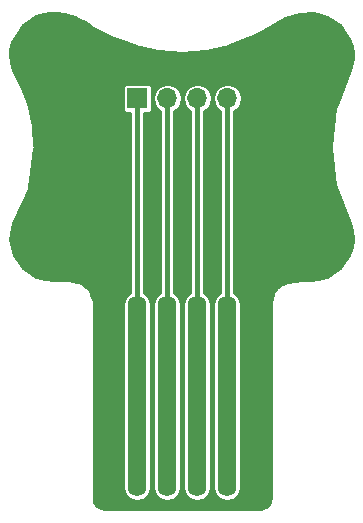
<source format=gtl>
G04 #@! TF.GenerationSoftware,KiCad,Pcbnew,(5.0.0)*
G04 #@! TF.CreationDate,2020-06-17T11:17:21-06:00*
G04 #@! TF.ProjectId,pogoprogB,706F676F70726F67422E6B696361645F,rev?*
G04 #@! TF.SameCoordinates,Original*
G04 #@! TF.FileFunction,Copper,L1,Top,Signal*
G04 #@! TF.FilePolarity,Positive*
%FSLAX46Y46*%
G04 Gerber Fmt 4.6, Leading zero omitted, Abs format (unit mm)*
G04 Created by KiCad (PCBNEW (5.0.0)) date 06/17/20 11:17:21*
%MOMM*%
%LPD*%
G01*
G04 APERTURE LIST*
G04 #@! TA.AperFunction,SMDPad,CuDef*
%ADD10O,1.600000X17.000000*%
G04 #@! TD*
G04 #@! TA.AperFunction,ComponentPad*
%ADD11R,1.700000X1.700000*%
G04 #@! TD*
G04 #@! TA.AperFunction,ComponentPad*
%ADD12O,1.700000X1.700000*%
G04 #@! TD*
G04 #@! TA.AperFunction,Conductor*
%ADD13C,0.400000*%
G04 #@! TD*
G04 #@! TA.AperFunction,NonConductor*
%ADD14C,0.254000*%
G04 #@! TD*
G04 APERTURE END LIST*
D10*
G04 #@! TO.P,J1,1*
G04 #@! TO.N,SWCLK*
X157785800Y-147629500D03*
G04 #@! TO.P,J1,2*
G04 #@! TO.N,SWDIO*
X160325800Y-147629500D03*
G04 #@! TO.P,J1,3*
G04 #@! TO.N,GND*
X162865800Y-147629500D03*
G04 #@! TO.P,J1,4*
G04 #@! TO.N,VDD*
X165405800Y-147629500D03*
G04 #@! TD*
D11*
G04 #@! TO.P,J2,1*
G04 #@! TO.N,SWCLK*
X157796000Y-122428000D03*
D12*
G04 #@! TO.P,J2,2*
G04 #@! TO.N,SWDIO*
X160336000Y-122428000D03*
G04 #@! TO.P,J2,3*
G04 #@! TO.N,GND*
X162876000Y-122428000D03*
G04 #@! TO.P,J2,4*
G04 #@! TO.N,VDD*
X165416000Y-122428000D03*
G04 #@! TD*
D13*
G04 #@! TO.N,SWCLK*
X157796000Y-122428000D02*
X157796000Y-147619300D01*
X157796000Y-147619300D02*
X157785800Y-147629500D01*
X157785800Y-122438200D02*
X157796000Y-122428000D01*
X157785800Y-122438200D02*
X157796000Y-122428000D01*
G04 #@! TO.N,SWDIO*
X160336000Y-122428000D02*
X160336000Y-147619300D01*
X160336000Y-147619300D02*
X160325800Y-147629500D01*
X160336000Y-147619300D02*
X160325800Y-147629500D01*
X160325800Y-122438200D02*
X160336000Y-122428000D01*
G04 #@! TO.N,GND*
X162876000Y-122428000D02*
X162876000Y-147619300D01*
X162876000Y-147619300D02*
X162865800Y-147629500D01*
X162876000Y-147619300D02*
X162865800Y-147629500D01*
X162865800Y-122438200D02*
X162876000Y-122428000D01*
G04 #@! TO.N,VDD*
X165416000Y-122428000D02*
X165416000Y-147619300D01*
X165416000Y-147619300D02*
X165405800Y-147629500D01*
X165416000Y-147619300D02*
X165405800Y-147629500D01*
X165405800Y-122438200D02*
X165416000Y-122428000D01*
G04 #@! TD*
D14*
G36*
X150985604Y-115224037D02*
X151614171Y-115310157D01*
X151903848Y-115378460D01*
X152201757Y-115467605D01*
X152488550Y-115571667D01*
X152770215Y-115692029D01*
X153320913Y-115982934D01*
X153833282Y-116330090D01*
X153848274Y-116341696D01*
X153856361Y-116345727D01*
X153863851Y-116350802D01*
X153881342Y-116358179D01*
X155729352Y-117279355D01*
X155743286Y-117287794D01*
X155754305Y-117291794D01*
X155764806Y-117297028D01*
X155780537Y-117301315D01*
X157543498Y-117941228D01*
X157560407Y-117948675D01*
X157569698Y-117950738D01*
X157578660Y-117953991D01*
X157596951Y-117956790D01*
X159573885Y-118395768D01*
X159593590Y-118401251D01*
X159601128Y-118401818D01*
X159608502Y-118403455D01*
X159628937Y-118403908D01*
X161546903Y-118548066D01*
X161568080Y-118550654D01*
X161574717Y-118550157D01*
X161581357Y-118550656D01*
X161602543Y-118548073D01*
X163552078Y-118402046D01*
X163573538Y-118401421D01*
X163579896Y-118399963D01*
X163586406Y-118399475D01*
X163607102Y-118393722D01*
X165552360Y-117947528D01*
X165572208Y-117944110D01*
X165579532Y-117941295D01*
X165587194Y-117939538D01*
X165605600Y-117931278D01*
X167370910Y-117252901D01*
X167388403Y-117247509D01*
X167396934Y-117242900D01*
X167405995Y-117239418D01*
X167421490Y-117229633D01*
X169211858Y-116262365D01*
X169213441Y-116261857D01*
X169236391Y-116249111D01*
X169259598Y-116236573D01*
X169260885Y-116235507D01*
X170335520Y-115638669D01*
X171482198Y-115294551D01*
X172754594Y-115232421D01*
X173829613Y-115491621D01*
X174958030Y-116232774D01*
X175745620Y-117368397D01*
X175957848Y-118010942D01*
X176040402Y-118684102D01*
X176030598Y-119018056D01*
X175985765Y-119352864D01*
X175906153Y-119681694D01*
X175788449Y-120012422D01*
X174584800Y-123111088D01*
X174579765Y-123116938D01*
X174564436Y-123163512D01*
X174557014Y-123182620D01*
X174555712Y-123190019D01*
X174553358Y-123197172D01*
X174550866Y-123217564D01*
X174542378Y-123265808D01*
X174544050Y-123273337D01*
X174158407Y-126429025D01*
X174155027Y-126435801D01*
X174151589Y-126484818D01*
X174149082Y-126505332D01*
X174149634Y-126512696D01*
X174149117Y-126520060D01*
X174151720Y-126540551D01*
X174155390Y-126589562D01*
X174158803Y-126596324D01*
X174565108Y-129795326D01*
X174563614Y-129802015D01*
X174572191Y-129851097D01*
X174574884Y-129872300D01*
X174577004Y-129878642D01*
X174578154Y-129885220D01*
X174585859Y-129905123D01*
X174601669Y-129952407D01*
X174606168Y-129957585D01*
X175785715Y-133004548D01*
X175984136Y-133670182D01*
X176039491Y-134347376D01*
X175957842Y-135013120D01*
X175745610Y-135655664D01*
X174958011Y-136791283D01*
X173823399Y-137536495D01*
X173130899Y-137741202D01*
X172374134Y-137807340D01*
X171689327Y-137815558D01*
X171681992Y-137814579D01*
X171661405Y-137815893D01*
X171640797Y-137816140D01*
X171633563Y-137817669D01*
X171208598Y-137844787D01*
X171192107Y-137844506D01*
X171180749Y-137846565D01*
X171169239Y-137847299D01*
X171153313Y-137851537D01*
X170502996Y-137969400D01*
X170499391Y-137968712D01*
X170447600Y-137979439D01*
X170423513Y-137983805D01*
X170420182Y-137985119D01*
X170416680Y-137985844D01*
X170394158Y-137995382D01*
X170344936Y-138014794D01*
X170342296Y-138017345D01*
X170026045Y-138151276D01*
X170017932Y-138151790D01*
X169974302Y-138173189D01*
X169955770Y-138181037D01*
X169949211Y-138185495D01*
X169942095Y-138188985D01*
X169926110Y-138201196D01*
X169885911Y-138228518D01*
X169881447Y-138235314D01*
X169725508Y-138354437D01*
X169720521Y-138355953D01*
X169680779Y-138388606D01*
X169662538Y-138402540D01*
X169659183Y-138406349D01*
X169655258Y-138409574D01*
X169640693Y-138427342D01*
X169606709Y-138465926D01*
X169605024Y-138470855D01*
X169489076Y-138612301D01*
X169487277Y-138613296D01*
X169453369Y-138655859D01*
X169436842Y-138676021D01*
X169435897Y-138677792D01*
X169434646Y-138679362D01*
X169422697Y-138702521D01*
X169397067Y-138750537D01*
X169396867Y-138752584D01*
X169303979Y-138932612D01*
X169292430Y-138953508D01*
X169291189Y-138957400D01*
X169289315Y-138961033D01*
X169282714Y-138983992D01*
X169187436Y-139282914D01*
X169180006Y-139302964D01*
X169178960Y-139309507D01*
X169176950Y-139315813D01*
X169174557Y-139337048D01*
X169105531Y-139768831D01*
X169101501Y-139785880D01*
X169101125Y-139796388D01*
X169099467Y-139806761D01*
X169100129Y-139824254D01*
X169075649Y-140508916D01*
X169074651Y-140513932D01*
X169074651Y-140536821D01*
X169073833Y-140559699D01*
X169074651Y-140564748D01*
X169074650Y-156036048D01*
X169074464Y-156037018D01*
X169074650Y-156063883D01*
X169074650Y-156090983D01*
X169074844Y-156091960D01*
X169075694Y-156214710D01*
X169070442Y-156331394D01*
X169055409Y-156465623D01*
X169036614Y-156560829D01*
X168947591Y-156788915D01*
X168834564Y-156935054D01*
X168687205Y-157039945D01*
X168446053Y-157132224D01*
X168238058Y-157171029D01*
X167938510Y-157190128D01*
X155256609Y-157190128D01*
X154957373Y-157170985D01*
X154749695Y-157132101D01*
X154509180Y-157039761D01*
X154361866Y-156934599D01*
X154249004Y-156788445D01*
X154161435Y-156564482D01*
X154129517Y-156370971D01*
X154120428Y-156058900D01*
X154120428Y-140562862D01*
X154121338Y-140557044D01*
X154120428Y-140534961D01*
X154120428Y-140512828D01*
X154119278Y-140507045D01*
X154091769Y-139839502D01*
X154092215Y-139820772D01*
X154090620Y-139811622D01*
X154090238Y-139802346D01*
X154085832Y-139784147D01*
X154007800Y-139336422D01*
X154005113Y-139315222D01*
X154003007Y-139308918D01*
X154001867Y-139302378D01*
X153994170Y-139282470D01*
X153896763Y-138990919D01*
X153890483Y-138969367D01*
X153887912Y-138964428D01*
X153886152Y-138959159D01*
X153875042Y-138939701D01*
X153755524Y-138710073D01*
X153742877Y-138685613D01*
X153742636Y-138685310D01*
X153742462Y-138684977D01*
X153725619Y-138663989D01*
X153576851Y-138477576D01*
X153576030Y-138474918D01*
X153541685Y-138433511D01*
X153525905Y-138413738D01*
X153523837Y-138411993D01*
X153522105Y-138409905D01*
X153502422Y-138393923D01*
X153461350Y-138359265D01*
X153458702Y-138358422D01*
X153311552Y-138238937D01*
X153307207Y-138231890D01*
X153267917Y-138203506D01*
X153252416Y-138190919D01*
X153245281Y-138187153D01*
X153238738Y-138182426D01*
X153220573Y-138174111D01*
X153177716Y-138151490D01*
X153169474Y-138150722D01*
X152837814Y-137998909D01*
X152833211Y-137994374D01*
X152786662Y-137975495D01*
X152766897Y-137966448D01*
X152760772Y-137964995D01*
X152754936Y-137962628D01*
X152733579Y-137958544D01*
X152684711Y-137946951D01*
X152678331Y-137947979D01*
X152044976Y-137826864D01*
X152026287Y-137822092D01*
X152017573Y-137821624D01*
X152009002Y-137819985D01*
X151989717Y-137820128D01*
X151546676Y-137796333D01*
X151537272Y-137794592D01*
X151518818Y-137794837D01*
X151500384Y-137793847D01*
X151490914Y-137795208D01*
X150820188Y-137804115D01*
X149996624Y-137752344D01*
X149241550Y-137535835D01*
X148107933Y-136791271D01*
X147328820Y-135667873D01*
X147032115Y-134323660D01*
X147284096Y-132998340D01*
X148598436Y-130067586D01*
X148607403Y-130057393D01*
X148621381Y-130016423D01*
X148627436Y-130002921D01*
X148630398Y-129989994D01*
X148634677Y-129977451D01*
X148636630Y-129962790D01*
X148646299Y-129920587D01*
X148644036Y-129907200D01*
X149082442Y-126616375D01*
X149083423Y-126614627D01*
X149089880Y-126560543D01*
X149093329Y-126534652D01*
X149093204Y-126532699D01*
X149093436Y-126530755D01*
X149091413Y-126504722D01*
X149087934Y-126450358D01*
X149087050Y-126448558D01*
X148963457Y-124857775D01*
X148963154Y-124838593D01*
X148961297Y-124829970D01*
X148960613Y-124821170D01*
X148955421Y-124802691D01*
X148600522Y-123154945D01*
X148597931Y-123136966D01*
X148594646Y-123127664D01*
X148592571Y-123118030D01*
X148585362Y-123101374D01*
X148048483Y-121581127D01*
X148047647Y-121578000D01*
X156557536Y-121578000D01*
X156557536Y-123278000D01*
X156587106Y-123426659D01*
X156671314Y-123552686D01*
X156797341Y-123636894D01*
X156946000Y-123666464D01*
X157215000Y-123666464D01*
X157215001Y-138890519D01*
X156934347Y-139078047D01*
X156673322Y-139468698D01*
X156604800Y-139813183D01*
X156604801Y-155445818D01*
X156673323Y-155790303D01*
X156934348Y-156180953D01*
X157324998Y-156441978D01*
X157785800Y-156533637D01*
X158246603Y-156441978D01*
X158637253Y-156180953D01*
X158898278Y-155790303D01*
X158966800Y-155445818D01*
X158966800Y-139813182D01*
X158898278Y-139468697D01*
X158637253Y-139078047D01*
X158377000Y-138904151D01*
X158377000Y-123666464D01*
X158646000Y-123666464D01*
X158794659Y-123636894D01*
X158920686Y-123552686D01*
X159004894Y-123426659D01*
X159034464Y-123278000D01*
X159034464Y-122428000D01*
X159080884Y-122428000D01*
X159176424Y-122908312D01*
X159448499Y-123315501D01*
X159755000Y-123520298D01*
X159755001Y-138890519D01*
X159474347Y-139078047D01*
X159213322Y-139468698D01*
X159144800Y-139813183D01*
X159144801Y-155445818D01*
X159213323Y-155790303D01*
X159474348Y-156180953D01*
X159864998Y-156441978D01*
X160325800Y-156533637D01*
X160786603Y-156441978D01*
X161177253Y-156180953D01*
X161438278Y-155790303D01*
X161506800Y-155445818D01*
X161506800Y-139813182D01*
X161438278Y-139468697D01*
X161177253Y-139078047D01*
X160917000Y-138904151D01*
X160917000Y-123520298D01*
X161223501Y-123315501D01*
X161495576Y-122908312D01*
X161591116Y-122428000D01*
X161620884Y-122428000D01*
X161716424Y-122908312D01*
X161988499Y-123315501D01*
X162295000Y-123520298D01*
X162295001Y-138890519D01*
X162014347Y-139078047D01*
X161753322Y-139468698D01*
X161684800Y-139813183D01*
X161684801Y-155445818D01*
X161753323Y-155790303D01*
X162014348Y-156180953D01*
X162404998Y-156441978D01*
X162865800Y-156533637D01*
X163326603Y-156441978D01*
X163717253Y-156180953D01*
X163978278Y-155790303D01*
X164046800Y-155445818D01*
X164046800Y-139813182D01*
X163978278Y-139468697D01*
X163717253Y-139078047D01*
X163457000Y-138904151D01*
X163457000Y-123520298D01*
X163763501Y-123315501D01*
X164035576Y-122908312D01*
X164131116Y-122428000D01*
X164160884Y-122428000D01*
X164256424Y-122908312D01*
X164528499Y-123315501D01*
X164835000Y-123520298D01*
X164835001Y-138890519D01*
X164554347Y-139078047D01*
X164293322Y-139468698D01*
X164224800Y-139813183D01*
X164224801Y-155445818D01*
X164293323Y-155790303D01*
X164554348Y-156180953D01*
X164944998Y-156441978D01*
X165405800Y-156533637D01*
X165866603Y-156441978D01*
X166257253Y-156180953D01*
X166518278Y-155790303D01*
X166586800Y-155445818D01*
X166586800Y-139813182D01*
X166518278Y-139468697D01*
X166257253Y-139078047D01*
X165997000Y-138904151D01*
X165997000Y-123520298D01*
X166303501Y-123315501D01*
X166575576Y-122908312D01*
X166671116Y-122428000D01*
X166575576Y-121947688D01*
X166303501Y-121540499D01*
X165896312Y-121268424D01*
X165537239Y-121197000D01*
X165294761Y-121197000D01*
X164935688Y-121268424D01*
X164528499Y-121540499D01*
X164256424Y-121947688D01*
X164160884Y-122428000D01*
X164131116Y-122428000D01*
X164035576Y-121947688D01*
X163763501Y-121540499D01*
X163356312Y-121268424D01*
X162997239Y-121197000D01*
X162754761Y-121197000D01*
X162395688Y-121268424D01*
X161988499Y-121540499D01*
X161716424Y-121947688D01*
X161620884Y-122428000D01*
X161591116Y-122428000D01*
X161495576Y-121947688D01*
X161223501Y-121540499D01*
X160816312Y-121268424D01*
X160457239Y-121197000D01*
X160214761Y-121197000D01*
X159855688Y-121268424D01*
X159448499Y-121540499D01*
X159176424Y-121947688D01*
X159080884Y-122428000D01*
X159034464Y-122428000D01*
X159034464Y-121578000D01*
X159004894Y-121429341D01*
X158920686Y-121303314D01*
X158794659Y-121219106D01*
X158646000Y-121189536D01*
X156946000Y-121189536D01*
X156797341Y-121219106D01*
X156671314Y-121303314D01*
X156587106Y-121429341D01*
X156557536Y-121578000D01*
X148047647Y-121578000D01*
X148044115Y-121564807D01*
X148039190Y-121554813D01*
X148035484Y-121544319D01*
X148026867Y-121529806D01*
X147276650Y-120007441D01*
X147081824Y-119353879D01*
X147025891Y-118669666D01*
X147049917Y-118340317D01*
X147109024Y-118002365D01*
X147199998Y-117675644D01*
X147316287Y-117374235D01*
X148107930Y-116232772D01*
X149244846Y-115486039D01*
X149789690Y-115313620D01*
X150399343Y-115223441D01*
X150985604Y-115224037D01*
X150985604Y-115224037D01*
G37*
X150985604Y-115224037D02*
X151614171Y-115310157D01*
X151903848Y-115378460D01*
X152201757Y-115467605D01*
X152488550Y-115571667D01*
X152770215Y-115692029D01*
X153320913Y-115982934D01*
X153833282Y-116330090D01*
X153848274Y-116341696D01*
X153856361Y-116345727D01*
X153863851Y-116350802D01*
X153881342Y-116358179D01*
X155729352Y-117279355D01*
X155743286Y-117287794D01*
X155754305Y-117291794D01*
X155764806Y-117297028D01*
X155780537Y-117301315D01*
X157543498Y-117941228D01*
X157560407Y-117948675D01*
X157569698Y-117950738D01*
X157578660Y-117953991D01*
X157596951Y-117956790D01*
X159573885Y-118395768D01*
X159593590Y-118401251D01*
X159601128Y-118401818D01*
X159608502Y-118403455D01*
X159628937Y-118403908D01*
X161546903Y-118548066D01*
X161568080Y-118550654D01*
X161574717Y-118550157D01*
X161581357Y-118550656D01*
X161602543Y-118548073D01*
X163552078Y-118402046D01*
X163573538Y-118401421D01*
X163579896Y-118399963D01*
X163586406Y-118399475D01*
X163607102Y-118393722D01*
X165552360Y-117947528D01*
X165572208Y-117944110D01*
X165579532Y-117941295D01*
X165587194Y-117939538D01*
X165605600Y-117931278D01*
X167370910Y-117252901D01*
X167388403Y-117247509D01*
X167396934Y-117242900D01*
X167405995Y-117239418D01*
X167421490Y-117229633D01*
X169211858Y-116262365D01*
X169213441Y-116261857D01*
X169236391Y-116249111D01*
X169259598Y-116236573D01*
X169260885Y-116235507D01*
X170335520Y-115638669D01*
X171482198Y-115294551D01*
X172754594Y-115232421D01*
X173829613Y-115491621D01*
X174958030Y-116232774D01*
X175745620Y-117368397D01*
X175957848Y-118010942D01*
X176040402Y-118684102D01*
X176030598Y-119018056D01*
X175985765Y-119352864D01*
X175906153Y-119681694D01*
X175788449Y-120012422D01*
X174584800Y-123111088D01*
X174579765Y-123116938D01*
X174564436Y-123163512D01*
X174557014Y-123182620D01*
X174555712Y-123190019D01*
X174553358Y-123197172D01*
X174550866Y-123217564D01*
X174542378Y-123265808D01*
X174544050Y-123273337D01*
X174158407Y-126429025D01*
X174155027Y-126435801D01*
X174151589Y-126484818D01*
X174149082Y-126505332D01*
X174149634Y-126512696D01*
X174149117Y-126520060D01*
X174151720Y-126540551D01*
X174155390Y-126589562D01*
X174158803Y-126596324D01*
X174565108Y-129795326D01*
X174563614Y-129802015D01*
X174572191Y-129851097D01*
X174574884Y-129872300D01*
X174577004Y-129878642D01*
X174578154Y-129885220D01*
X174585859Y-129905123D01*
X174601669Y-129952407D01*
X174606168Y-129957585D01*
X175785715Y-133004548D01*
X175984136Y-133670182D01*
X176039491Y-134347376D01*
X175957842Y-135013120D01*
X175745610Y-135655664D01*
X174958011Y-136791283D01*
X173823399Y-137536495D01*
X173130899Y-137741202D01*
X172374134Y-137807340D01*
X171689327Y-137815558D01*
X171681992Y-137814579D01*
X171661405Y-137815893D01*
X171640797Y-137816140D01*
X171633563Y-137817669D01*
X171208598Y-137844787D01*
X171192107Y-137844506D01*
X171180749Y-137846565D01*
X171169239Y-137847299D01*
X171153313Y-137851537D01*
X170502996Y-137969400D01*
X170499391Y-137968712D01*
X170447600Y-137979439D01*
X170423513Y-137983805D01*
X170420182Y-137985119D01*
X170416680Y-137985844D01*
X170394158Y-137995382D01*
X170344936Y-138014794D01*
X170342296Y-138017345D01*
X170026045Y-138151276D01*
X170017932Y-138151790D01*
X169974302Y-138173189D01*
X169955770Y-138181037D01*
X169949211Y-138185495D01*
X169942095Y-138188985D01*
X169926110Y-138201196D01*
X169885911Y-138228518D01*
X169881447Y-138235314D01*
X169725508Y-138354437D01*
X169720521Y-138355953D01*
X169680779Y-138388606D01*
X169662538Y-138402540D01*
X169659183Y-138406349D01*
X169655258Y-138409574D01*
X169640693Y-138427342D01*
X169606709Y-138465926D01*
X169605024Y-138470855D01*
X169489076Y-138612301D01*
X169487277Y-138613296D01*
X169453369Y-138655859D01*
X169436842Y-138676021D01*
X169435897Y-138677792D01*
X169434646Y-138679362D01*
X169422697Y-138702521D01*
X169397067Y-138750537D01*
X169396867Y-138752584D01*
X169303979Y-138932612D01*
X169292430Y-138953508D01*
X169291189Y-138957400D01*
X169289315Y-138961033D01*
X169282714Y-138983992D01*
X169187436Y-139282914D01*
X169180006Y-139302964D01*
X169178960Y-139309507D01*
X169176950Y-139315813D01*
X169174557Y-139337048D01*
X169105531Y-139768831D01*
X169101501Y-139785880D01*
X169101125Y-139796388D01*
X169099467Y-139806761D01*
X169100129Y-139824254D01*
X169075649Y-140508916D01*
X169074651Y-140513932D01*
X169074651Y-140536821D01*
X169073833Y-140559699D01*
X169074651Y-140564748D01*
X169074650Y-156036048D01*
X169074464Y-156037018D01*
X169074650Y-156063883D01*
X169074650Y-156090983D01*
X169074844Y-156091960D01*
X169075694Y-156214710D01*
X169070442Y-156331394D01*
X169055409Y-156465623D01*
X169036614Y-156560829D01*
X168947591Y-156788915D01*
X168834564Y-156935054D01*
X168687205Y-157039945D01*
X168446053Y-157132224D01*
X168238058Y-157171029D01*
X167938510Y-157190128D01*
X155256609Y-157190128D01*
X154957373Y-157170985D01*
X154749695Y-157132101D01*
X154509180Y-157039761D01*
X154361866Y-156934599D01*
X154249004Y-156788445D01*
X154161435Y-156564482D01*
X154129517Y-156370971D01*
X154120428Y-156058900D01*
X154120428Y-140562862D01*
X154121338Y-140557044D01*
X154120428Y-140534961D01*
X154120428Y-140512828D01*
X154119278Y-140507045D01*
X154091769Y-139839502D01*
X154092215Y-139820772D01*
X154090620Y-139811622D01*
X154090238Y-139802346D01*
X154085832Y-139784147D01*
X154007800Y-139336422D01*
X154005113Y-139315222D01*
X154003007Y-139308918D01*
X154001867Y-139302378D01*
X153994170Y-139282470D01*
X153896763Y-138990919D01*
X153890483Y-138969367D01*
X153887912Y-138964428D01*
X153886152Y-138959159D01*
X153875042Y-138939701D01*
X153755524Y-138710073D01*
X153742877Y-138685613D01*
X153742636Y-138685310D01*
X153742462Y-138684977D01*
X153725619Y-138663989D01*
X153576851Y-138477576D01*
X153576030Y-138474918D01*
X153541685Y-138433511D01*
X153525905Y-138413738D01*
X153523837Y-138411993D01*
X153522105Y-138409905D01*
X153502422Y-138393923D01*
X153461350Y-138359265D01*
X153458702Y-138358422D01*
X153311552Y-138238937D01*
X153307207Y-138231890D01*
X153267917Y-138203506D01*
X153252416Y-138190919D01*
X153245281Y-138187153D01*
X153238738Y-138182426D01*
X153220573Y-138174111D01*
X153177716Y-138151490D01*
X153169474Y-138150722D01*
X152837814Y-137998909D01*
X152833211Y-137994374D01*
X152786662Y-137975495D01*
X152766897Y-137966448D01*
X152760772Y-137964995D01*
X152754936Y-137962628D01*
X152733579Y-137958544D01*
X152684711Y-137946951D01*
X152678331Y-137947979D01*
X152044976Y-137826864D01*
X152026287Y-137822092D01*
X152017573Y-137821624D01*
X152009002Y-137819985D01*
X151989717Y-137820128D01*
X151546676Y-137796333D01*
X151537272Y-137794592D01*
X151518818Y-137794837D01*
X151500384Y-137793847D01*
X151490914Y-137795208D01*
X150820188Y-137804115D01*
X149996624Y-137752344D01*
X149241550Y-137535835D01*
X148107933Y-136791271D01*
X147328820Y-135667873D01*
X147032115Y-134323660D01*
X147284096Y-132998340D01*
X148598436Y-130067586D01*
X148607403Y-130057393D01*
X148621381Y-130016423D01*
X148627436Y-130002921D01*
X148630398Y-129989994D01*
X148634677Y-129977451D01*
X148636630Y-129962790D01*
X148646299Y-129920587D01*
X148644036Y-129907200D01*
X149082442Y-126616375D01*
X149083423Y-126614627D01*
X149089880Y-126560543D01*
X149093329Y-126534652D01*
X149093204Y-126532699D01*
X149093436Y-126530755D01*
X149091413Y-126504722D01*
X149087934Y-126450358D01*
X149087050Y-126448558D01*
X148963457Y-124857775D01*
X148963154Y-124838593D01*
X148961297Y-124829970D01*
X148960613Y-124821170D01*
X148955421Y-124802691D01*
X148600522Y-123154945D01*
X148597931Y-123136966D01*
X148594646Y-123127664D01*
X148592571Y-123118030D01*
X148585362Y-123101374D01*
X148048483Y-121581127D01*
X148047647Y-121578000D01*
X156557536Y-121578000D01*
X156557536Y-123278000D01*
X156587106Y-123426659D01*
X156671314Y-123552686D01*
X156797341Y-123636894D01*
X156946000Y-123666464D01*
X157215000Y-123666464D01*
X157215001Y-138890519D01*
X156934347Y-139078047D01*
X156673322Y-139468698D01*
X156604800Y-139813183D01*
X156604801Y-155445818D01*
X156673323Y-155790303D01*
X156934348Y-156180953D01*
X157324998Y-156441978D01*
X157785800Y-156533637D01*
X158246603Y-156441978D01*
X158637253Y-156180953D01*
X158898278Y-155790303D01*
X158966800Y-155445818D01*
X158966800Y-139813182D01*
X158898278Y-139468697D01*
X158637253Y-139078047D01*
X158377000Y-138904151D01*
X158377000Y-123666464D01*
X158646000Y-123666464D01*
X158794659Y-123636894D01*
X158920686Y-123552686D01*
X159004894Y-123426659D01*
X159034464Y-123278000D01*
X159034464Y-122428000D01*
X159080884Y-122428000D01*
X159176424Y-122908312D01*
X159448499Y-123315501D01*
X159755000Y-123520298D01*
X159755001Y-138890519D01*
X159474347Y-139078047D01*
X159213322Y-139468698D01*
X159144800Y-139813183D01*
X159144801Y-155445818D01*
X159213323Y-155790303D01*
X159474348Y-156180953D01*
X159864998Y-156441978D01*
X160325800Y-156533637D01*
X160786603Y-156441978D01*
X161177253Y-156180953D01*
X161438278Y-155790303D01*
X161506800Y-155445818D01*
X161506800Y-139813182D01*
X161438278Y-139468697D01*
X161177253Y-139078047D01*
X160917000Y-138904151D01*
X160917000Y-123520298D01*
X161223501Y-123315501D01*
X161495576Y-122908312D01*
X161591116Y-122428000D01*
X161620884Y-122428000D01*
X161716424Y-122908312D01*
X161988499Y-123315501D01*
X162295000Y-123520298D01*
X162295001Y-138890519D01*
X162014347Y-139078047D01*
X161753322Y-139468698D01*
X161684800Y-139813183D01*
X161684801Y-155445818D01*
X161753323Y-155790303D01*
X162014348Y-156180953D01*
X162404998Y-156441978D01*
X162865800Y-156533637D01*
X163326603Y-156441978D01*
X163717253Y-156180953D01*
X163978278Y-155790303D01*
X164046800Y-155445818D01*
X164046800Y-139813182D01*
X163978278Y-139468697D01*
X163717253Y-139078047D01*
X163457000Y-138904151D01*
X163457000Y-123520298D01*
X163763501Y-123315501D01*
X164035576Y-122908312D01*
X164131116Y-122428000D01*
X164160884Y-122428000D01*
X164256424Y-122908312D01*
X164528499Y-123315501D01*
X164835000Y-123520298D01*
X164835001Y-138890519D01*
X164554347Y-139078047D01*
X164293322Y-139468698D01*
X164224800Y-139813183D01*
X164224801Y-155445818D01*
X164293323Y-155790303D01*
X164554348Y-156180953D01*
X164944998Y-156441978D01*
X165405800Y-156533637D01*
X165866603Y-156441978D01*
X166257253Y-156180953D01*
X166518278Y-155790303D01*
X166586800Y-155445818D01*
X166586800Y-139813182D01*
X166518278Y-139468697D01*
X166257253Y-139078047D01*
X165997000Y-138904151D01*
X165997000Y-123520298D01*
X166303501Y-123315501D01*
X166575576Y-122908312D01*
X166671116Y-122428000D01*
X166575576Y-121947688D01*
X166303501Y-121540499D01*
X165896312Y-121268424D01*
X165537239Y-121197000D01*
X165294761Y-121197000D01*
X164935688Y-121268424D01*
X164528499Y-121540499D01*
X164256424Y-121947688D01*
X164160884Y-122428000D01*
X164131116Y-122428000D01*
X164035576Y-121947688D01*
X163763501Y-121540499D01*
X163356312Y-121268424D01*
X162997239Y-121197000D01*
X162754761Y-121197000D01*
X162395688Y-121268424D01*
X161988499Y-121540499D01*
X161716424Y-121947688D01*
X161620884Y-122428000D01*
X161591116Y-122428000D01*
X161495576Y-121947688D01*
X161223501Y-121540499D01*
X160816312Y-121268424D01*
X160457239Y-121197000D01*
X160214761Y-121197000D01*
X159855688Y-121268424D01*
X159448499Y-121540499D01*
X159176424Y-121947688D01*
X159080884Y-122428000D01*
X159034464Y-122428000D01*
X159034464Y-121578000D01*
X159004894Y-121429341D01*
X158920686Y-121303314D01*
X158794659Y-121219106D01*
X158646000Y-121189536D01*
X156946000Y-121189536D01*
X156797341Y-121219106D01*
X156671314Y-121303314D01*
X156587106Y-121429341D01*
X156557536Y-121578000D01*
X148047647Y-121578000D01*
X148044115Y-121564807D01*
X148039190Y-121554813D01*
X148035484Y-121544319D01*
X148026867Y-121529806D01*
X147276650Y-120007441D01*
X147081824Y-119353879D01*
X147025891Y-118669666D01*
X147049917Y-118340317D01*
X147109024Y-118002365D01*
X147199998Y-117675644D01*
X147316287Y-117374235D01*
X148107930Y-116232772D01*
X149244846Y-115486039D01*
X149789690Y-115313620D01*
X150399343Y-115223441D01*
X150985604Y-115224037D01*
M02*

</source>
